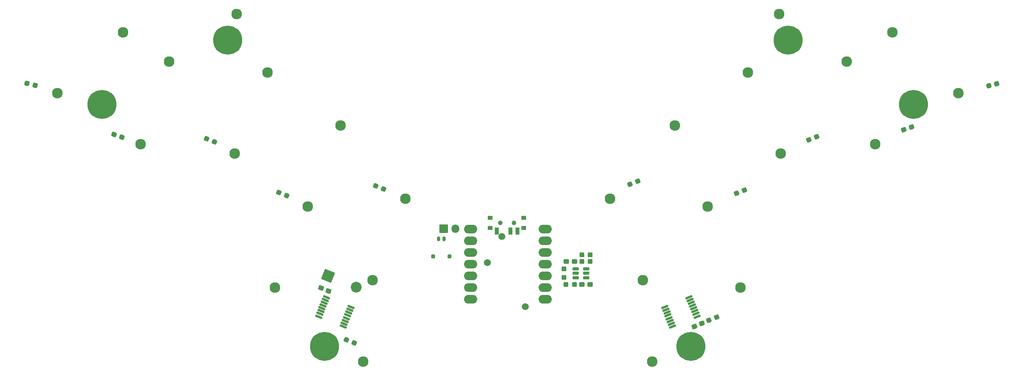
<source format=gbr>
%TF.GenerationSoftware,KiCad,Pcbnew,8.0.9-1.fc41*%
%TF.CreationDate,2025-03-09T10:33:46+11:00*%
%TF.ProjectId,katori,6b61746f-7269-42e6-9b69-6361645f7063,0.2*%
%TF.SameCoordinates,Original*%
%TF.FileFunction,Soldermask,Bot*%
%TF.FilePolarity,Negative*%
%FSLAX46Y46*%
G04 Gerber Fmt 4.6, Leading zero omitted, Abs format (unit mm)*
G04 Created by KiCad (PCBNEW 8.0.9-1.fc41) date 2025-03-09 10:33:46*
%MOMM*%
%LPD*%
G01*
G04 APERTURE LIST*
G04 Aperture macros list*
%AMRoundRect*
0 Rectangle with rounded corners*
0 $1 Rounding radius*
0 $2 $3 $4 $5 $6 $7 $8 $9 X,Y pos of 4 corners*
0 Add a 4 corners polygon primitive as box body*
4,1,4,$2,$3,$4,$5,$6,$7,$8,$9,$2,$3,0*
0 Add four circle primitives for the rounded corners*
1,1,$1+$1,$2,$3*
1,1,$1+$1,$4,$5*
1,1,$1+$1,$6,$7*
1,1,$1+$1,$8,$9*
0 Add four rect primitives between the rounded corners*
20,1,$1+$1,$2,$3,$4,$5,0*
20,1,$1+$1,$4,$5,$6,$7,0*
20,1,$1+$1,$6,$7,$8,$9,0*
20,1,$1+$1,$8,$9,$2,$3,0*%
G04 Aperture macros list end*
%ADD10C,2.300000*%
%ADD11O,2.850000X1.900000*%
%ADD12C,1.497000*%
%ADD13RoundRect,0.050000X0.621649X-1.464514X1.464514X0.621649X-0.621649X1.464514X-1.464514X-0.621649X0*%
%ADD14C,2.350000*%
%ADD15RoundRect,0.050000X0.850000X-0.850000X0.850000X0.850000X-0.850000X0.850000X-0.850000X-0.850000X0*%
%ADD16O,1.800000X1.800000*%
%ADD17C,4.350000*%
%ADD18C,6.300000*%
%ADD19RoundRect,0.125000X0.661085X-0.132279X-0.567433X0.364075X-0.661085X0.132279X0.567433X-0.364075X0*%
%ADD20RoundRect,0.262500X-0.156641X-0.346403X0.353310X-0.140369X0.156641X0.346403X-0.353310X0.140369X0*%
%ADD21RoundRect,0.262500X-0.399669X-0.121639X0.203001X-0.365133X0.399669X0.121639X-0.203001X0.365133X0*%
%ADD22RoundRect,0.262500X0.275000X0.262500X-0.275000X0.262500X-0.275000X-0.262500X0.275000X-0.262500X0*%
%ADD23RoundRect,0.175000X0.175000X0.300000X-0.175000X0.300000X-0.175000X-0.300000X0.175000X-0.300000X0*%
%ADD24RoundRect,0.200000X0.200000X0.250000X-0.200000X0.250000X-0.200000X-0.250000X0.200000X-0.250000X0*%
%ADD25RoundRect,0.262500X-0.262500X0.275000X-0.262500X-0.275000X0.262500X-0.275000X0.262500X0.275000X0*%
%ADD26RoundRect,0.262500X-0.353310X-0.140369X0.156641X-0.346403X0.353310X0.140369X-0.156641X0.346403X0*%
%ADD27RoundRect,0.262500X-0.330336X-0.188174X0.203327X-0.321231X0.330336X0.188174X-0.203327X0.321231X0*%
%ADD28RoundRect,0.262500X-0.325000X-0.262500X0.325000X-0.262500X0.325000X0.262500X-0.325000X0.262500X0*%
%ADD29RoundRect,0.125000X-0.567433X-0.364075X0.661085X0.132279X0.567433X0.364075X-0.661085X-0.132279X0*%
%ADD30RoundRect,0.050000X-0.500000X-0.400000X0.500000X-0.400000X0.500000X0.400000X-0.500000X0.400000X0*%
%ADD31C,1.000000*%
%ADD32RoundRect,0.050000X-0.350000X-0.750000X0.350000X-0.750000X0.350000X0.750000X-0.350000X0.750000X0*%
%ADD33RoundRect,0.175000X0.537500X0.175000X-0.537500X0.175000X-0.537500X-0.175000X0.537500X-0.175000X0*%
%ADD34RoundRect,0.262500X0.156641X0.346403X-0.353310X0.140369X-0.156641X-0.346403X0.353310X-0.140369X0*%
%ADD35RoundRect,0.262500X-0.345479X-0.158667X0.174556X-0.337730X0.345479X0.158667X-0.174556X0.337730X0*%
%ADD36RoundRect,0.262500X-0.203327X-0.321231X0.330336X-0.188174X0.203327X0.321231X-0.330336X0.188174X0*%
%ADD37RoundRect,0.262500X-0.174556X-0.337730X0.345479X-0.158667X0.174556X0.337730X-0.345479X0.158667X0*%
%ADD38RoundRect,0.262500X-0.203001X-0.365133X0.399669X-0.121639X0.203001X0.365133X-0.399669X0.121639X0*%
G04 APERTURE END LIST*
D10*
%TO.C,PH6*%
X122466201Y-85870861D03*
%TD*%
%TO.C,PH19*%
X238334691Y-89913581D03*
%TD*%
%TO.C,PH22*%
X242069109Y-65619559D03*
%TD*%
%TO.C,PH9*%
X136523935Y-101796626D03*
%TD*%
%TO.C,PH1*%
X61011375Y-78837366D03*
%TD*%
D11*
%TO.C,U1*%
X150594381Y-108358375D03*
X150594374Y-110898380D03*
X150594379Y-113438370D03*
X150594372Y-115978375D03*
X150594377Y-118518390D03*
X150594379Y-121058373D03*
X150594380Y-123598378D03*
X166784383Y-123598379D03*
X166784390Y-121058374D03*
X166784385Y-118518384D03*
X166784392Y-115978379D03*
X166784387Y-113438364D03*
X166784385Y-110898381D03*
X166784384Y-108358376D03*
D12*
X157412889Y-109952873D03*
X154244382Y-115661373D03*
X162499386Y-125186369D03*
%TD*%
D10*
%TO.C,PH18*%
X232148896Y-71948734D03*
%TD*%
%TO.C,PH7*%
X115348688Y-103487348D03*
%TD*%
%TO.C,PH3*%
X79044035Y-89913571D03*
%TD*%
%TO.C,PH24*%
X217500218Y-61657196D03*
%TD*%
%TO.C,PH2*%
X85229833Y-71948715D03*
%TD*%
%TO.C,PH28*%
X190030135Y-137186411D03*
%TD*%
%TO.C,PH16*%
X210749638Y-74349196D03*
%TD*%
%TO.C,PH11*%
X180854781Y-101796606D03*
%TD*%
%TO.C,PH21*%
X75309613Y-65619564D03*
%TD*%
D13*
%TO.C,RESET1*%
X119765832Y-118551822D03*
D14*
X125792527Y-120986764D03*
%TD*%
D10*
%TO.C,PH13*%
X194912527Y-85870866D03*
%TD*%
%TO.C,PH27*%
X127348565Y-137186441D03*
%TD*%
%TO.C,PH10*%
X129406436Y-119413118D03*
%TD*%
%TO.C,PH20*%
X256367357Y-78837368D03*
%TD*%
%TO.C,PH23*%
X99878510Y-61657171D03*
%TD*%
%TO.C,PH14*%
X202030034Y-103487354D03*
%TD*%
%TO.C,PH12*%
X187972294Y-119413105D03*
%TD*%
%TO.C,PH8*%
X108231164Y-121103828D03*
%TD*%
%TO.C,PH4*%
X106629100Y-74349191D03*
%TD*%
%TO.C,PH17*%
X217867145Y-91965718D03*
%TD*%
D15*
%TO.C,J2*%
X144770941Y-108269288D03*
D16*
X147310951Y-108269288D03*
%TD*%
D10*
%TO.C,PH5*%
X99511570Y-91965701D03*
%TD*%
%TO.C,PH15*%
X209147535Y-121103847D03*
%TD*%
D17*
%TO.C,H6*%
X198374790Y-133814955D03*
D18*
X198374790Y-133814955D03*
%TD*%
D19*
%TO.C,U2*%
X124690217Y-125300079D03*
X124446723Y-125902749D03*
X124203229Y-126505411D03*
X123959753Y-127108080D03*
X123716242Y-127710749D03*
X123472745Y-128313416D03*
X123229261Y-128916088D03*
X122985764Y-129518750D03*
X117677643Y-127374125D03*
X117921137Y-126771455D03*
X118164631Y-126168793D03*
X118408107Y-125566124D03*
X118651618Y-124963455D03*
X118895115Y-124360788D03*
X119138599Y-123758116D03*
X119382096Y-123155454D03*
%TD*%
D20*
%TO.C,R13*%
X223942010Y-88955772D03*
X225634122Y-88272140D03*
%TD*%
D21*
%TO.C,C1*%
X118190685Y-121174228D03*
X119790081Y-121820428D03*
%TD*%
D17*
%TO.C,H2*%
X219453626Y-67330303D03*
D18*
X219453626Y-67330303D03*
%TD*%
D22*
%TO.C,R8*%
X173153346Y-120421520D03*
X171328336Y-120421494D03*
%TD*%
D20*
%TO.C,R12*%
X202306627Y-128193123D03*
X203998731Y-127509491D03*
%TD*%
D17*
%TO.C,H1*%
X97925099Y-67330292D03*
D18*
X97925099Y-67330292D03*
%TD*%
D20*
%TO.C,R14*%
X208265394Y-100574356D03*
X209957506Y-99890724D03*
%TD*%
D23*
%TO.C,J1*%
X144872291Y-110473418D03*
X143672282Y-110473416D03*
D24*
X146022292Y-114248413D03*
X142522288Y-114248422D03*
%TD*%
D25*
%TO.C,R16*%
X170903352Y-117009041D03*
X170903342Y-118834031D03*
%TD*%
D26*
%TO.C,R4*%
X130097015Y-98984264D03*
X131789115Y-99667894D03*
%TD*%
D27*
%TO.C,R6*%
X54484789Y-76668911D03*
X56255577Y-77110425D03*
%TD*%
D28*
%TO.C,C2*%
X171403357Y-115421524D03*
X173128355Y-115421522D03*
%TD*%
D29*
%TO.C,U4*%
X194392956Y-129518754D03*
X194149468Y-128916088D03*
X193905973Y-128313415D03*
X193662486Y-127710739D03*
X193418994Y-127108075D03*
X193175491Y-126505406D03*
X192931994Y-125902741D03*
X192688512Y-125300071D03*
X197996628Y-123155444D03*
X198240116Y-123758110D03*
X198483611Y-124360783D03*
X198727098Y-124963459D03*
X198970590Y-125566123D03*
X199214093Y-126168792D03*
X199457590Y-126771457D03*
X199701072Y-127374127D03*
%TD*%
D22*
%TO.C,R9*%
X176565847Y-113921536D03*
X174740837Y-113921510D03*
%TD*%
D30*
%TO.C,SW31*%
X154871895Y-108103867D03*
X154871896Y-105893861D03*
D31*
X157021893Y-106993857D03*
X160021891Y-106993859D03*
D30*
X162171887Y-105893856D03*
X162171888Y-108103853D03*
D32*
X156271880Y-108753863D03*
X159271898Y-108753859D03*
X160771896Y-108753859D03*
%TD*%
D26*
%TO.C,R2*%
X93430309Y-88736875D03*
X95122427Y-89420505D03*
%TD*%
%TO.C,R3*%
X109052502Y-100422073D03*
X110744602Y-101105703D03*
%TD*%
D33*
%TO.C,U3*%
X175653349Y-117021524D03*
X175653352Y-117971542D03*
X175653350Y-118921526D03*
X173378361Y-118921534D03*
X173378358Y-117971516D03*
X173378360Y-117021532D03*
%TD*%
D17*
%TO.C,H3*%
X70714333Y-81256592D03*
D18*
X70714333Y-81256592D03*
%TD*%
D22*
%TO.C,R7*%
X176565848Y-115421546D03*
X174740838Y-115421520D03*
%TD*%
D34*
%TO.C,R15*%
X186851242Y-97943357D03*
X185159132Y-98626999D03*
%TD*%
D35*
%TO.C,R1*%
X73324742Y-87783270D03*
X75050330Y-88377414D03*
%TD*%
D36*
%TO.C,R11*%
X262942214Y-77214064D03*
X264712996Y-76772562D03*
%TD*%
D37*
%TO.C,R10*%
X244483874Y-86806385D03*
X246209436Y-86212239D03*
%TD*%
D26*
%TO.C,R5*%
X123669175Y-132441486D03*
X125361293Y-133125116D03*
%TD*%
D17*
%TO.C,H4*%
X246664403Y-81256588D03*
D18*
X246664403Y-81256588D03*
%TD*%
D28*
%TO.C,C3*%
X174790828Y-120421524D03*
X176515826Y-120421522D03*
%TD*%
D17*
%TO.C,H5*%
X119003918Y-133814978D03*
D18*
X119003918Y-133814978D03*
%TD*%
D38*
%TO.C,C4*%
X199123273Y-129494393D03*
X200722683Y-128848187D03*
%TD*%
M02*

</source>
